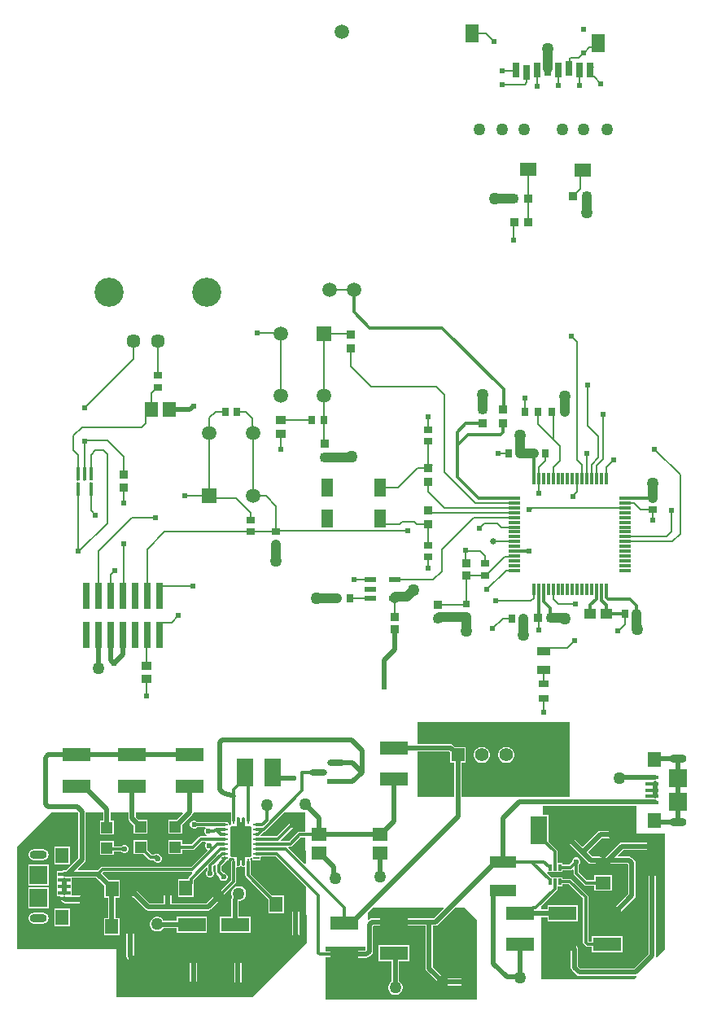
<source format=gtl>
G04*
G04 #@! TF.GenerationSoftware,Altium Limited,Altium Designer,23.4.1 (23)*
G04*
G04 Layer_Physical_Order=1*
G04 Layer_Color=255*
%FSLAX25Y25*%
%MOIN*%
G70*
G04*
G04 #@! TF.SameCoordinates,3C4277FE-F450-4ED3-BB46-299587BC0101*
G04*
G04*
G04 #@! TF.FilePolarity,Positive*
G04*
G01*
G75*
%ADD11C,0.00787*%
%ADD17R,0.02913X0.10984*%
%ADD18R,0.04724X0.01181*%
%ADD19R,0.01181X0.04724*%
%ADD20R,0.03150X0.05906*%
%ADD21R,0.07087X0.05512*%
%ADD22R,0.05512X0.07480*%
%ADD23R,0.05315X0.01575*%
%ADD24R,0.05512X0.06299*%
%ADD25R,0.07480X0.07480*%
%ADD26R,0.06150X0.05542*%
%ADD27R,0.11614X0.05709*%
G04:AMPARAMS|DCode=28|XSize=9.45mil|YSize=23.62mil|CornerRadius=1.98mil|HoleSize=0mil|Usage=FLASHONLY|Rotation=0.000|XOffset=0mil|YOffset=0mil|HoleType=Round|Shape=RoundedRectangle|*
%AMROUNDEDRECTD28*
21,1,0.00945,0.01965,0,0,0.0*
21,1,0.00548,0.02362,0,0,0.0*
1,1,0.00397,0.00274,-0.00983*
1,1,0.00397,-0.00274,-0.00983*
1,1,0.00397,-0.00274,0.00983*
1,1,0.00397,0.00274,0.00983*
%
%ADD28ROUNDEDRECTD28*%
G04:AMPARAMS|DCode=29|XSize=23.62mil|YSize=9.45mil|CornerRadius=1.98mil|HoleSize=0mil|Usage=FLASHONLY|Rotation=0.000|XOffset=0mil|YOffset=0mil|HoleType=Round|Shape=RoundedRectangle|*
%AMROUNDEDRECTD29*
21,1,0.02362,0.00548,0,0,0.0*
21,1,0.01965,0.00945,0,0,0.0*
1,1,0.00397,0.00983,-0.00274*
1,1,0.00397,-0.00983,-0.00274*
1,1,0.00397,-0.00983,0.00274*
1,1,0.00397,0.00983,0.00274*
%
%ADD29ROUNDEDRECTD29*%
%ADD30R,0.05542X0.06150*%
%ADD31R,0.03681X0.03788*%
%ADD32R,0.03772X0.03591*%
%ADD33R,0.03543X0.02953*%
%ADD34R,0.03150X0.03740*%
%ADD35R,0.02953X0.03543*%
%ADD36R,0.03347X0.03543*%
%ADD37R,0.03591X0.03772*%
%ADD38R,0.04724X0.02362*%
%ADD39R,0.03788X0.03681*%
%ADD40R,0.03543X0.03347*%
G04:AMPARAMS|DCode=41|XSize=57.64mil|YSize=14.8mil|CornerRadius=7.4mil|HoleSize=0mil|Usage=FLASHONLY|Rotation=270.000|XOffset=0mil|YOffset=0mil|HoleType=Round|Shape=RoundedRectangle|*
%AMROUNDEDRECTD41*
21,1,0.05764,0.00000,0,0,270.0*
21,1,0.04284,0.01480,0,0,270.0*
1,1,0.01480,0.00000,-0.02142*
1,1,0.01480,0.00000,0.02142*
1,1,0.01480,0.00000,0.02142*
1,1,0.01480,0.00000,-0.02142*
%
%ADD41ROUNDEDRECTD41*%
%ADD42R,0.03740X0.03150*%
%ADD43R,0.02756X0.02559*%
%ADD44R,0.06903X0.11434*%
%ADD45R,0.01221X0.02598*%
%ADD46R,0.04724X0.04724*%
%ADD47R,0.10630X0.04528*%
G04:AMPARAMS|DCode=48|XSize=71.82mil|YSize=24.33mil|CornerRadius=12.17mil|HoleSize=0mil|Usage=FLASHONLY|Rotation=180.000|XOffset=0mil|YOffset=0mil|HoleType=Round|Shape=RoundedRectangle|*
%AMROUNDEDRECTD48*
21,1,0.07182,0.00000,0,0,180.0*
21,1,0.04749,0.02433,0,0,180.0*
1,1,0.02433,-0.02375,0.00000*
1,1,0.02433,0.02375,0.00000*
1,1,0.02433,0.02375,0.00000*
1,1,0.02433,-0.02375,0.00000*
%
%ADD48ROUNDEDRECTD48*%
%ADD49R,0.07182X0.02433*%
%ADD50R,0.03937X0.02953*%
%ADD51R,0.04921X0.04331*%
%ADD52R,0.04134X0.03543*%
%ADD53R,0.05512X0.03543*%
%ADD54R,0.01181X0.04724*%
%ADD55R,0.01480X0.05764*%
%ADD56R,0.05118X0.07480*%
%ADD87C,0.01968*%
%ADD88C,0.07760*%
%ADD89C,0.01968*%
%ADD90C,0.01181*%
%ADD91C,0.03937*%
%ADD92C,0.05512*%
%ADD93O,0.07087X0.03543*%
%ADD94R,0.05512X0.05512*%
%ADD95C,0.05906*%
%ADD96R,0.05906X0.05906*%
%ADD97C,0.05984*%
%ADD98C,0.05693*%
%ADD99C,0.11870*%
%ADD100C,0.02400*%
%ADD101C,0.05000*%
%ADD102C,0.02362*%
%ADD103C,0.02500*%
G36*
X339899Y168499D02*
X340054Y168344D01*
X340138Y168141D01*
X340138Y168032D01*
X340138D01*
X340138Y166516D01*
X340965D01*
Y168032D01*
X340965Y168141D01*
X341048Y168344D01*
X341203Y168499D01*
X341406Y168583D01*
X341516D01*
Y168583D01*
X341752Y168583D01*
X341862D01*
X342064Y168499D01*
X342219Y168344D01*
X342303Y168141D01*
Y168032D01*
X342303D01*
Y164941D01*
X344311Y164941D01*
X344421D01*
X344623Y164857D01*
X344778Y164702D01*
X344862Y164499D01*
Y164390D01*
X344862D01*
X344862Y152933D01*
Y152823D01*
X344778Y152621D01*
X344623Y152466D01*
X344421Y152382D01*
X344311Y152382D01*
X344311D01*
X344311D01*
D01*
X342303Y152382D01*
X342303Y149291D01*
X342303Y149182D01*
X342219Y148979D01*
X342064Y148824D01*
X341862Y148740D01*
X341752Y148740D01*
X341516Y148740D01*
X341406Y148740D01*
X341203Y148824D01*
X341049Y148979D01*
X340965Y149182D01*
Y149291D01*
Y150807D01*
X340138D01*
X340138Y149291D01*
Y149182D01*
X340054Y148979D01*
X339899Y148824D01*
X339696Y148740D01*
X339241D01*
X339038Y148824D01*
X338883Y148979D01*
X338799Y149182D01*
Y149291D01*
X338799Y149291D01*
Y152382D01*
X336682D01*
X336479Y152466D01*
X336324Y152621D01*
X336240Y152823D01*
Y152933D01*
Y152933D01*
Y164390D01*
Y164499D01*
X336324Y164702D01*
X336479Y164857D01*
X336682Y164941D01*
X336791D01*
Y164941D01*
X338799D01*
X338799Y168032D01*
Y168141D01*
X338883Y168344D01*
X339038Y168499D01*
X339241Y168583D01*
X339350D01*
Y168583D01*
X339587Y168583D01*
X339696Y168583D01*
X339899Y168499D01*
D02*
G37*
G36*
X367008Y162885D02*
X366656Y162530D01*
X364568D01*
X364568Y162530D01*
X364142Y162445D01*
X363781Y162204D01*
X360366Y158789D01*
X357132D01*
X356925Y159289D01*
X362264Y164628D01*
X362992D01*
X363571Y164744D01*
X364062Y165072D01*
X364390Y165563D01*
X364506Y166142D01*
X364390Y166721D01*
X364062Y167212D01*
X363571Y167540D01*
X362992Y167655D01*
X362205D01*
X361626Y167540D01*
X361135Y167212D01*
X360807Y166721D01*
X360706Y166216D01*
X355248Y160758D01*
X349082D01*
X348989Y160830D01*
X348737Y161224D01*
X348735Y161258D01*
X350103Y162625D01*
X350347Y162673D01*
X350707Y162915D01*
X358265Y170472D01*
X366929D01*
X367008Y162885D01*
D02*
G37*
G36*
X336487Y167126D02*
X336571Y166700D01*
X336612Y166639D01*
Y166143D01*
X336647Y165968D01*
X336652Y165893D01*
X336603Y165767D01*
X336379Y165401D01*
X336272Y165357D01*
X335826Y165518D01*
X335750Y165596D01*
Y165825D01*
X335696Y166098D01*
X335541Y166329D01*
X335310Y166483D01*
X335038Y166537D01*
X334542D01*
X334481Y166578D01*
X334055Y166663D01*
X322722D01*
X322409Y166976D01*
X321791Y167232D01*
X321122D01*
X320504Y166976D01*
X320032Y166504D01*
X319776Y165886D01*
Y165217D01*
X320032Y164599D01*
X320504Y164126D01*
X321122Y163870D01*
X321791D01*
X322409Y164126D01*
X322722Y164439D01*
X325922D01*
X326129Y163939D01*
X325937Y163748D01*
X325681Y163130D01*
Y162461D01*
X325937Y161843D01*
X326410Y161370D01*
X326682Y161258D01*
X326582Y160758D01*
X324213D01*
X323787Y160673D01*
X323426Y160432D01*
X323426Y160432D01*
X320504Y157509D01*
X316528D01*
Y159260D01*
X310803D01*
Y153535D01*
X316528D01*
Y155286D01*
X320964D01*
X320965Y155286D01*
X321390Y155370D01*
X321751Y155611D01*
X324673Y158534D01*
X326075D01*
X326282Y158034D01*
X326134Y157885D01*
X325878Y157267D01*
Y156599D01*
X326134Y155981D01*
X326607Y155508D01*
X326755Y155447D01*
X326852Y154956D01*
X320252Y148356D01*
X283874D01*
X283874Y148356D01*
X283449Y148271D01*
X283088Y148030D01*
X281917Y146860D01*
X274067D01*
X273875Y147322D01*
X276661Y150107D01*
X276661Y150107D01*
X276989Y150598D01*
X277104Y151177D01*
Y170472D01*
X284199D01*
Y167134D01*
X282850D01*
Y161409D01*
X288575D01*
Y167134D01*
X287226D01*
Y170472D01*
X294550D01*
Y168095D01*
X294550Y168095D01*
X294665Y167515D01*
X294993Y167024D01*
X296630Y165387D01*
Y161803D01*
X302354D01*
Y167527D01*
X298770D01*
X297576Y168721D01*
Y170472D01*
X316679D01*
X316870Y170010D01*
X314387Y167527D01*
X310803D01*
Y161803D01*
X316528D01*
Y165387D01*
X320755Y169615D01*
X320755Y169615D01*
X321083Y170106D01*
X321156Y170472D01*
X336487D01*
Y167126D01*
D02*
G37*
G36*
X367145Y149649D02*
X366684Y149455D01*
X360074Y156065D01*
X360281Y156565D01*
X360827D01*
X360827Y156565D01*
X361252Y156650D01*
X361613Y156891D01*
X365028Y160306D01*
X367035D01*
X367145Y149649D01*
D02*
G37*
G36*
X274077Y170267D02*
Y151804D01*
X269133Y146860D01*
X268283D01*
X267704Y146745D01*
X267538Y146634D01*
X265126D01*
Y144059D01*
Y141500D01*
Y138941D01*
Y136382D01*
X266747D01*
X267014Y135882D01*
X266885Y135689D01*
X266770Y135110D01*
X266885Y134531D01*
X267213Y134040D01*
X267410Y133843D01*
X267410Y133843D01*
X267901Y133515D01*
X268480Y133400D01*
X268480Y133400D01*
X275964D01*
X276192Y133247D01*
X276772Y133132D01*
X277351Y133247D01*
X277842Y133576D01*
X278170Y134067D01*
X278285Y134646D01*
X278170Y135225D01*
X277842Y135716D01*
X277574Y135983D01*
X277083Y136311D01*
X276504Y136427D01*
X276504Y136427D01*
X271441D01*
Y138941D01*
Y143833D01*
X281350D01*
X284523Y140659D01*
Y135649D01*
X286273D01*
Y127343D01*
X284508D01*
Y120193D01*
X291050D01*
Y127343D01*
X289300D01*
Y135649D01*
X291066D01*
Y142799D01*
X286664D01*
X283833Y145630D01*
X284335Y146132D01*
X320679D01*
X320746Y146056D01*
X320917Y145663D01*
X319435Y144181D01*
X319194Y143820D01*
X319110Y143395D01*
X318757Y143091D01*
X314840D01*
Y135941D01*
X321382D01*
Y142983D01*
X326454Y148055D01*
X326916Y147864D01*
Y147010D01*
X326528Y146622D01*
X326272Y146004D01*
Y145335D01*
X326528Y144717D01*
X327000Y144244D01*
X327618Y143988D01*
X328287D01*
X328905Y144244D01*
X329378Y144717D01*
X329634Y145335D01*
Y146004D01*
X329378Y146622D01*
X329140Y146860D01*
Y148363D01*
X329924Y149147D01*
X330385Y148901D01*
X330384Y148898D01*
X330384Y148898D01*
Y146170D01*
X330384Y146169D01*
X330469Y145744D01*
X330710Y145383D01*
X331784Y144310D01*
Y143760D01*
X332039Y143142D01*
X332512Y142669D01*
X333130Y142413D01*
X333799D01*
X334417Y142669D01*
X334890Y143142D01*
X335146Y143760D01*
Y144429D01*
X334890Y145047D01*
X334417Y145520D01*
X333799Y145776D01*
X333463D01*
X332608Y146630D01*
Y148437D01*
X334841Y150670D01*
X334918Y150786D01*
X335038D01*
X335310Y150840D01*
X335541Y150994D01*
X335696Y151225D01*
X335750Y151498D01*
Y151727D01*
X335826Y151805D01*
X336272Y151966D01*
X336475Y151882D01*
X336582D01*
X336682Y151841D01*
X337694D01*
X337707Y151797D01*
X337689Y151713D01*
X337351Y151260D01*
X337173Y151224D01*
X336812Y150983D01*
X336571Y150622D01*
X336487Y150197D01*
Y142783D01*
X331422Y137719D01*
X330917Y137619D01*
X330426Y137291D01*
X326511Y133375D01*
X312143D01*
Y139499D01*
X312143Y139499D01*
X312028Y140078D01*
X311700Y140569D01*
X311684Y140586D01*
X311193Y140914D01*
X310613Y141029D01*
X310034Y140914D01*
X309543Y140586D01*
X309215Y140095D01*
X309100Y139516D01*
X309117Y139433D01*
Y133375D01*
X303281D01*
X298453Y138204D01*
X297962Y138532D01*
X297786Y138567D01*
X296725Y139628D01*
X296690Y139804D01*
X296362Y140295D01*
X295871Y140622D01*
X295292Y140738D01*
X294713Y140622D01*
X294222Y140295D01*
X293894Y139804D01*
X293779Y139224D01*
Y138921D01*
X293779Y138920D01*
X293894Y138341D01*
X294222Y137850D01*
X296009Y136064D01*
X296009Y136064D01*
X296500Y135735D01*
X296676Y135701D01*
X301585Y130792D01*
X301585Y130792D01*
X302076Y130464D01*
X302655Y130349D01*
X302655Y130349D01*
X327137D01*
X327137Y130349D01*
X327716Y130464D01*
X328207Y130792D01*
X332566Y135150D01*
X332894Y135641D01*
X332995Y136147D01*
X338385Y141536D01*
X338385Y141537D01*
X338626Y141897D01*
X338710Y142323D01*
Y147833D01*
X338811Y147959D01*
X339021Y148138D01*
X339210Y148212D01*
X339241Y148199D01*
X339696D01*
X339796Y148240D01*
X339903D01*
X340106Y148324D01*
X340182Y148400D01*
X340202Y148409D01*
X340283Y148441D01*
X340819Y148441D01*
X340900Y148409D01*
X340920Y148400D01*
X340996Y148324D01*
X341199Y148240D01*
X341307Y148240D01*
X341406Y148199D01*
X341516Y148199D01*
X341516Y148199D01*
X341516Y148199D01*
X341752Y148199D01*
X341862Y148199D01*
X341892Y148212D01*
X342180Y148100D01*
X342392Y147833D01*
Y144843D01*
X342392Y144843D01*
X342477Y144417D01*
X342718Y144056D01*
X351846Y134928D01*
Y129350D01*
X358389D01*
Y136500D01*
X353419D01*
X344616Y145303D01*
Y150197D01*
X344531Y150622D01*
X344490Y150684D01*
Y151180D01*
X344455Y151355D01*
X344450Y151430D01*
X344499Y151556D01*
X344724Y151922D01*
X344830Y151966D01*
X345276Y151805D01*
X345352Y151727D01*
Y151498D01*
X345407Y151225D01*
X345561Y150994D01*
X345792Y150840D01*
X346064Y150786D01*
X348030D01*
X348302Y150840D01*
X348533Y150994D01*
X348688Y151225D01*
X348742Y151498D01*
Y152046D01*
X349115Y152510D01*
X354972D01*
X367242Y140240D01*
X367481Y117188D01*
X345313Y94788D01*
X289764D01*
Y114473D01*
X248819D01*
Y156299D01*
X262992Y170472D01*
X273872D01*
X274077Y170267D01*
D02*
G37*
G36*
X475197Y176772D02*
X431041D01*
Y190839D01*
X432783D01*
Y197350D01*
X428412D01*
X427743Y198019D01*
X427252Y198347D01*
X427156Y198366D01*
X426673Y198462D01*
X426673Y198462D01*
X412992D01*
Y207480D01*
X475197D01*
Y176772D01*
D02*
G37*
G36*
X426272Y195210D02*
Y190839D01*
X428014D01*
Y176772D01*
X412992D01*
Y195436D01*
X426046D01*
X426272Y195210D01*
D02*
G37*
G36*
X423677Y131231D02*
X419649Y127202D01*
X394362D01*
X393783Y127087D01*
X393292Y126759D01*
X393292Y126759D01*
X392982Y126449D01*
X392520Y126640D01*
Y129651D01*
X394562Y131693D01*
X423486D01*
X423677Y131231D01*
D02*
G37*
G36*
X437402Y126575D02*
Y93898D01*
X375197D01*
Y111388D01*
X382063D01*
X382492Y111102D01*
X383071Y110987D01*
X392056D01*
X392056Y110987D01*
X392539Y111083D01*
X392635Y111102D01*
X393126Y111430D01*
X394279Y112583D01*
X394279Y112583D01*
X394607Y113074D01*
X394722Y113653D01*
Y123909D01*
X394989Y124176D01*
X416203D01*
Y106693D01*
X416203Y106693D01*
X416299Y106210D01*
X416318Y106114D01*
X416646Y105623D01*
X422158Y100111D01*
X422158Y100111D01*
X422486Y99892D01*
X422649Y99783D01*
X423228Y99668D01*
X423228Y99668D01*
X433071D01*
X433650Y99783D01*
X434141Y100111D01*
X434469Y100602D01*
X434584Y101181D01*
X434469Y101760D01*
X434141Y102251D01*
X433650Y102579D01*
X433071Y102694D01*
X423855D01*
X419230Y107320D01*
Y124176D01*
X420276D01*
X420276Y124176D01*
X420759Y124272D01*
X420855Y124291D01*
X421346Y124619D01*
X428420Y131693D01*
X432283D01*
X437402Y126575D01*
D02*
G37*
G36*
X391695Y114280D02*
X391429Y114013D01*
X383071D01*
X382492Y113898D01*
X382063Y113612D01*
X375197D01*
Y115551D01*
X391695Y115551D01*
Y114280D01*
D02*
G37*
G36*
X502756Y161811D02*
X514173D01*
Y114567D01*
X510994Y111388D01*
X510533Y111634D01*
X510569Y111811D01*
Y146457D01*
X510453Y147036D01*
X510125Y147527D01*
X509634Y147855D01*
X509055Y147970D01*
X508476Y147855D01*
X507985Y147527D01*
X507657Y147036D01*
X507542Y146457D01*
Y112438D01*
X501735Y106631D01*
X479761D01*
X478777Y107615D01*
Y114567D01*
X478662Y115146D01*
X478334Y115637D01*
X478334Y115637D01*
X476464Y117507D01*
X475973Y117835D01*
X475394Y117950D01*
X475394Y117950D01*
X472441D01*
X471862Y117835D01*
X471371Y117507D01*
X471043Y117016D01*
X470927Y116437D01*
X471043Y115858D01*
X471371Y115367D01*
X471862Y115039D01*
X472441Y114924D01*
X474767D01*
X475750Y113940D01*
Y106988D01*
X475750Y106988D01*
X475866Y106409D01*
X476194Y105918D01*
X478064Y104048D01*
X478064Y104048D01*
X478555Y103720D01*
X479134Y103605D01*
X479134Y103605D01*
X502362D01*
X502362Y103605D01*
X502539Y103640D01*
X502785Y103179D01*
X501968Y102362D01*
X463779D01*
Y127719D01*
X466134D01*
Y125878D01*
X478748D01*
Y132587D01*
X466134D01*
Y130746D01*
X463779D01*
Y132286D01*
X469948Y138454D01*
X470189Y138815D01*
X470273Y139240D01*
X470273Y139240D01*
Y140398D01*
X472240D01*
Y141085D01*
X474980D01*
X480778Y135287D01*
Y117227D01*
X480778Y117227D01*
X480863Y116802D01*
X481104Y116441D01*
X481795Y115749D01*
X481795Y115749D01*
X482156Y115508D01*
X482582Y115424D01*
X482582Y115424D01*
X484244D01*
Y113083D01*
X496858D01*
Y119791D01*
X484244D01*
Y117647D01*
X483042D01*
X483002Y117688D01*
Y135748D01*
X483002Y135748D01*
X482917Y136174D01*
X482676Y136534D01*
X476227Y142983D01*
X475867Y143224D01*
X475441Y143309D01*
X475441Y143309D01*
X472240D01*
Y143996D01*
X467655D01*
X465884Y145767D01*
X466173Y146185D01*
X472240D01*
Y146872D01*
X475543D01*
X475543Y146872D01*
X475969Y146957D01*
X476330Y147198D01*
X476379Y147247D01*
X476841Y147056D01*
Y145669D01*
X476841Y145669D01*
X476926Y145244D01*
X477167Y144883D01*
X481104Y140946D01*
X481104Y140946D01*
X481464Y140705D01*
X481890Y140620D01*
X485401D01*
Y138461D01*
X492551D01*
Y145003D01*
X485401D01*
Y142844D01*
X482350D01*
X479065Y146130D01*
Y149128D01*
X479378Y149441D01*
X479634Y150059D01*
Y150728D01*
X479378Y151346D01*
X478905Y151819D01*
X478287Y152075D01*
X477618D01*
X477001Y151819D01*
X476528Y151346D01*
X476272Y150728D01*
Y150285D01*
X475083Y149096D01*
X472240D01*
Y149783D01*
X470273D01*
Y154449D01*
X470273Y154449D01*
X470189Y154875D01*
X469948Y155236D01*
X469948Y155236D01*
X466627Y158556D01*
Y169418D01*
X464489D01*
X464137Y169773D01*
X464173Y173228D01*
X502756D01*
Y161811D01*
D02*
G37*
%LPC*%
G36*
X341752Y148740D02*
X341752D01*
D01*
X341752D01*
D02*
G37*
G36*
X288575Y158866D02*
X282850D01*
Y153142D01*
X288575D01*
Y154475D01*
X291573D01*
X291961Y154087D01*
X292579Y153831D01*
X293248D01*
X293866Y154087D01*
X294338Y154560D01*
X294595Y155177D01*
Y155846D01*
X294338Y156464D01*
X293866Y156937D01*
X293248Y157193D01*
X292579D01*
X291961Y156937D01*
X291723Y156699D01*
X288575D01*
Y158866D01*
D02*
G37*
G36*
X302354Y159260D02*
X296630D01*
Y153535D01*
X300782D01*
X302949Y151369D01*
X302949Y151369D01*
X303309Y151128D01*
X303735Y151043D01*
X303735Y151043D01*
X305085D01*
X305100Y151028D01*
X305268Y150622D01*
X305741Y150150D01*
X306359Y149894D01*
X307027D01*
X307645Y150150D01*
X308118Y150622D01*
X308374Y151240D01*
Y151909D01*
X308118Y152527D01*
X307645Y153000D01*
X307240Y153168D01*
X307183Y153225D01*
X306692Y153553D01*
X306113Y153668D01*
X305534Y153553D01*
X305105Y153267D01*
X304195D01*
X302354Y155108D01*
Y159260D01*
D02*
G37*
G36*
X259524Y155537D02*
X255980D01*
X255094Y155360D01*
X254343Y154858D01*
X253840Y154107D01*
X253664Y153220D01*
X253840Y152334D01*
X254343Y151583D01*
X255094Y151081D01*
X255980Y150904D01*
X259524D01*
X260410Y151081D01*
X261161Y151583D01*
X261664Y152334D01*
X261840Y153220D01*
X261664Y154107D01*
X261161Y154858D01*
X260410Y155360D01*
X259524Y155537D01*
D02*
G37*
G36*
X270654Y156476D02*
X264142D01*
Y149177D01*
X270654D01*
Y156476D01*
D02*
G37*
G36*
X261992Y149193D02*
X253512D01*
Y140713D01*
X261992D01*
Y149193D01*
D02*
G37*
G36*
Y139744D02*
X253512D01*
Y131264D01*
X261992D01*
Y139744D01*
D02*
G37*
G36*
X326780Y127862D02*
X314165D01*
Y126169D01*
X308975D01*
X308700Y126645D01*
X308141Y127204D01*
X307457Y127599D01*
X306694Y127803D01*
X305904D01*
X305141Y127599D01*
X304457Y127204D01*
X303899Y126645D01*
X303504Y125961D01*
X303299Y125198D01*
Y124408D01*
X303504Y123645D01*
X303899Y122961D01*
X304457Y122403D01*
X305141Y122008D01*
X305904Y121803D01*
X306694D01*
X307457Y122008D01*
X308141Y122403D01*
X308700Y122961D01*
X308804Y123142D01*
X314165D01*
Y121154D01*
X326780D01*
Y127862D01*
D02*
G37*
G36*
X259524Y129552D02*
X255980D01*
X255094Y129376D01*
X254343Y128874D01*
X253840Y128123D01*
X253664Y127236D01*
X253840Y126350D01*
X254343Y125598D01*
X255094Y125096D01*
X255980Y124920D01*
X259524D01*
X260410Y125096D01*
X261161Y125598D01*
X261664Y126350D01*
X261840Y127236D01*
X261664Y128123D01*
X261161Y128874D01*
X260410Y129376D01*
X259524Y129552D01*
D02*
G37*
G36*
X270654Y131280D02*
X264142D01*
Y123980D01*
X270654D01*
Y131280D01*
D02*
G37*
G36*
X340159Y140402D02*
X339369D01*
X338606Y140197D01*
X337922Y139802D01*
X337363Y139244D01*
X336968Y138559D01*
X336764Y137796D01*
Y137007D01*
X336968Y136244D01*
X337090Y136033D01*
X336791Y135585D01*
X336676Y135006D01*
X336676Y135006D01*
Y127862D01*
X331882D01*
Y121154D01*
X344496D01*
Y127862D01*
X339702D01*
Y134380D01*
X339724Y134402D01*
X340159D01*
X340922Y134606D01*
X341606Y135001D01*
X342164Y135559D01*
X342559Y136244D01*
X342764Y137007D01*
Y137796D01*
X342559Y138559D01*
X342164Y139244D01*
X341606Y139802D01*
X340922Y140197D01*
X340159Y140402D01*
D02*
G37*
G36*
X362615Y134439D02*
X362036Y134323D01*
X361545Y133995D01*
X361217Y133504D01*
X361102Y132925D01*
X361217Y132346D01*
X361487Y131941D01*
Y118496D01*
X361487Y118496D01*
X361602Y117917D01*
X361930Y117426D01*
X362316Y117040D01*
X362807Y116712D01*
X363386Y116597D01*
X363965Y116712D01*
X364456Y117040D01*
X364784Y117531D01*
X364899Y118110D01*
X364784Y118689D01*
X364514Y119094D01*
Y132540D01*
X364514Y132540D01*
X364399Y133119D01*
X364070Y133610D01*
X364070Y133610D01*
X363685Y133995D01*
X363194Y134323D01*
X362615Y134439D01*
D02*
G37*
G36*
X295276Y125281D02*
X294697Y125166D01*
X294206Y124838D01*
X293878Y124347D01*
X293763Y123768D01*
Y111450D01*
X293763Y111450D01*
X293878Y110870D01*
X294206Y110379D01*
X294943Y109642D01*
Y109449D01*
X295059Y108870D01*
X295387Y108379D01*
X295878Y108051D01*
X296457Y107936D01*
X297036Y108051D01*
X297527Y108379D01*
X297855Y108870D01*
X297970Y109449D01*
Y110269D01*
X297970Y110269D01*
X297855Y110848D01*
X297527Y111339D01*
X297527Y111339D01*
X296790Y112076D01*
Y123768D01*
X296674Y124347D01*
X296346Y124838D01*
X295855Y125166D01*
X295276Y125281D01*
D02*
G37*
G36*
X320472Y113226D02*
X319893Y113111D01*
X319402Y112783D01*
X319402Y112783D01*
X319058Y112438D01*
X318730Y111947D01*
X318615Y111368D01*
X318730Y110789D01*
X319058Y110298D01*
X319549Y109970D01*
X319746Y109931D01*
Y99213D01*
X319862Y98633D01*
X320190Y98142D01*
X320681Y97815D01*
X321260Y97699D01*
X321839Y97815D01*
X322330Y98142D01*
X322658Y98633D01*
X322773Y99213D01*
Y110925D01*
X322658Y111504D01*
X322330Y111995D01*
X322330Y111995D01*
X321543Y112783D01*
X321052Y113111D01*
X320472Y113226D01*
D02*
G37*
G36*
X338189Y113226D02*
X337610Y113111D01*
X337119Y112783D01*
X336791Y112292D01*
X336676Y111713D01*
X336791Y111133D01*
X337119Y110642D01*
X337857Y109905D01*
Y98819D01*
X337972Y98240D01*
X338300Y97749D01*
X338791Y97421D01*
X339370Y97306D01*
X339949Y97421D01*
X340440Y97749D01*
X340768Y98240D01*
X340883Y98819D01*
Y110531D01*
X340883Y110531D01*
X340768Y111110D01*
X340440Y111601D01*
X339259Y112783D01*
X338768Y113111D01*
X338189Y113226D01*
D02*
G37*
G36*
X449641Y197350D02*
X448784D01*
X447956Y197128D01*
X447214Y196700D01*
X446607Y196094D01*
X446179Y195351D01*
X445957Y194523D01*
Y193666D01*
X446179Y192838D01*
X446607Y192095D01*
X447214Y191489D01*
X447956Y191060D01*
X448784Y190839D01*
X449641D01*
X450469Y191060D01*
X451212Y191489D01*
X451818Y192095D01*
X452247Y192838D01*
X452469Y193666D01*
Y194523D01*
X452247Y195351D01*
X451818Y196094D01*
X451212Y196700D01*
X450469Y197128D01*
X449641Y197350D01*
D02*
G37*
G36*
X439799D02*
X438941D01*
X438113Y197128D01*
X437371Y196700D01*
X436765Y196094D01*
X436336Y195351D01*
X436114Y194523D01*
Y193666D01*
X436336Y192838D01*
X436765Y192095D01*
X437371Y191489D01*
X438113Y191060D01*
X438941Y190839D01*
X439799D01*
X440627Y191060D01*
X441369Y191489D01*
X441975Y192095D01*
X442404Y192838D01*
X442626Y193666D01*
Y194523D01*
X442404Y195351D01*
X441975Y196094D01*
X441369Y196700D01*
X440627Y197128D01*
X439799Y197350D01*
D02*
G37*
G36*
X409457Y116248D02*
X396843D01*
Y109539D01*
X402424D01*
Y101409D01*
X402095Y101219D01*
X401536Y100661D01*
X401141Y99977D01*
X400937Y99214D01*
Y98424D01*
X401141Y97661D01*
X401536Y96977D01*
X402095Y96418D01*
X402779Y96023D01*
X403542Y95819D01*
X404332D01*
X405095Y96023D01*
X405779Y96418D01*
X406338Y96977D01*
X406733Y97661D01*
X406937Y98424D01*
Y99214D01*
X406733Y99977D01*
X406338Y100661D01*
X405779Y101219D01*
X405450Y101409D01*
Y109539D01*
X409457D01*
Y116248D01*
D02*
G37*
G36*
X473899Y164714D02*
X473320Y164599D01*
X472829Y164271D01*
X472501Y163780D01*
X472386Y163201D01*
Y160935D01*
X472386Y160935D01*
X472501Y160356D01*
X472829Y159865D01*
X479536Y153158D01*
X479536Y153158D01*
X482764Y149930D01*
X482764Y149930D01*
X483255Y149602D01*
X483834Y149487D01*
X483834Y149487D01*
X486811D01*
X487561Y148736D01*
X487578Y148651D01*
X487906Y148160D01*
X488397Y147832D01*
X488976Y147717D01*
X489280D01*
X489280Y147716D01*
X489859Y147832D01*
X490350Y148160D01*
X491627Y149436D01*
X499007D01*
X499274Y149169D01*
Y137143D01*
X492877Y130746D01*
X490551D01*
X489972Y130630D01*
X489481Y130302D01*
X489153Y129811D01*
X489038Y129232D01*
X489153Y128653D01*
X489481Y128162D01*
X489972Y127834D01*
X490551Y127719D01*
X493504D01*
X493504Y127719D01*
X494083Y127834D01*
X494574Y128162D01*
X501858Y135446D01*
X502185Y135937D01*
X502301Y136516D01*
X502301Y136516D01*
Y149796D01*
X502185Y150375D01*
X501858Y150866D01*
X501858Y150866D01*
X500704Y152019D01*
X500213Y152347D01*
X499634Y152463D01*
X499634Y152463D01*
X495306D01*
X495115Y152925D01*
X497370Y155180D01*
X509055D01*
X509634Y155295D01*
X510125Y155623D01*
X510453Y156114D01*
X510569Y156693D01*
X510453Y157272D01*
X510125Y157763D01*
X509634Y158091D01*
X509055Y158206D01*
X496743D01*
X496164Y158091D01*
X495673Y157763D01*
X495673Y157763D01*
X490293Y152382D01*
X490117Y152347D01*
X489626Y152019D01*
X489092Y151486D01*
X488508Y152070D01*
X488017Y152399D01*
X487437Y152514D01*
X487437Y152514D01*
X484461D01*
X482746Y154228D01*
X488481Y159963D01*
X492972D01*
X492973Y159963D01*
X493552Y160078D01*
X494042Y160406D01*
X494377Y160741D01*
X494705Y161232D01*
X494820Y161811D01*
X494705Y162390D01*
X494377Y162881D01*
X493886Y163209D01*
X493307Y163324D01*
X492728Y163209D01*
X492400Y162990D01*
X487854D01*
X487275Y162874D01*
X486784Y162547D01*
X486784Y162546D01*
X480606Y156369D01*
X475413Y161562D01*
Y163201D01*
X475297Y163780D01*
X474969Y164271D01*
X474478Y164599D01*
X473899Y164714D01*
D02*
G37*
%LPD*%
D11*
X435138Y489567D02*
X435169Y489536D01*
X441074D01*
X444390Y486220D01*
X476552Y422835D02*
X479528Y425810D01*
Y432709D02*
X480524Y433705D01*
X479528Y425810D02*
Y432709D01*
X468504Y307087D02*
X468504Y307087D01*
Y311811D01*
X303921Y335579D02*
Y342208D01*
X306398Y344685D01*
X301543Y333201D02*
X303921Y335579D01*
X301543Y329889D02*
Y333201D01*
X300000Y328346D02*
X301543Y329889D01*
X275591Y328346D02*
X300000D01*
X272047Y324803D02*
X275591Y328346D01*
X483760Y473032D02*
Y474803D01*
X385055Y366732D02*
X386220Y365567D01*
X309449Y285433D02*
X355118D01*
X355118D01*
X446063Y317717D02*
X450394D01*
X464567Y211417D02*
Y217323D01*
X417323Y327165D02*
Y332677D01*
X450394Y317717D02*
X450394D01*
X432677Y272835D02*
X432874Y272638D01*
X432677Y277953D02*
X432983Y277647D01*
X438495D02*
X440551Y275591D01*
Y272441D02*
Y275591D01*
X432983Y277647D02*
X438495D01*
X327756Y300197D02*
Y325787D01*
X327559Y300394D02*
X327756Y300197D01*
Y325787D02*
Y332087D01*
X330315Y334646D01*
X334252D01*
X292520Y308858D02*
Y316142D01*
X285910Y322752D02*
X292520Y316142D01*
X387008Y265748D02*
X393701D01*
X417323Y270472D02*
Y275197D01*
X462598Y301181D02*
Y307087D01*
X443701Y245768D02*
X447835Y249902D01*
X451476D01*
X344488Y290157D02*
Y293307D01*
X328839Y299114D02*
X338681D01*
X327756Y300197D02*
X328839Y299114D01*
X338681D02*
X344488Y293307D01*
X452362Y412205D02*
X452457Y412299D01*
X452362Y404823D02*
Y412205D01*
X356890Y341142D02*
Y366732D01*
X276575Y309213D02*
X276673Y309312D01*
Y322736D01*
X276689Y322752D01*
X285910D01*
X276772Y336220D02*
X296772Y356220D01*
Y363465D01*
X457087Y334646D02*
X457087Y334646D01*
X457087Y334646D02*
Y340157D01*
X462598Y245276D02*
Y250000D01*
X462451Y250148D02*
X462598Y250000D01*
X498032Y247627D02*
Y251969D01*
X495385Y244980D02*
X498032Y247627D01*
X494882Y244980D02*
X495385D01*
X465354Y314567D02*
Y317717D01*
X462598Y307087D02*
Y311811D01*
X465354Y314567D01*
X485163Y483883D02*
X486909Y485630D01*
X483434Y483883D02*
X485163D01*
X480807Y481693D02*
X481243D01*
X483434Y483883D01*
X475219Y479156D02*
X475787Y479724D01*
X475098Y475197D02*
X475219Y475318D01*
X475787Y479724D02*
X478839D01*
X480807Y481693D01*
X475219Y475318D02*
Y479156D01*
X498031Y297244D02*
X501575D01*
X504331Y294488D02*
X509449D01*
X501575Y297244D02*
X504331Y294488D01*
X509449Y290157D02*
Y294488D01*
X317717Y300394D02*
X327559D01*
X347244Y366929D02*
X347343Y366831D01*
X356791D02*
X356890Y366732D01*
X347343Y366831D02*
X356791D01*
X301969Y218110D02*
Y225197D01*
X357087Y319291D02*
Y325590D01*
X432677Y272835D02*
Y277953D01*
X282244Y259331D02*
Y277520D01*
X287402Y267892D02*
X288976Y269467D01*
X287402Y259488D02*
Y267892D01*
X288976Y269467D02*
Y269685D01*
X292520Y259606D02*
Y280709D01*
X292244Y259331D02*
X292520Y259606D01*
X287244Y259331D02*
X287402Y259488D01*
X272047Y318898D02*
Y324803D01*
Y318898D02*
X274016Y316929D01*
Y309213D02*
Y316929D01*
X306772Y349685D02*
Y363465D01*
X306693Y349606D02*
X306772Y349685D01*
X412705Y288476D02*
X417323D01*
X399803D02*
X405512D01*
X411524Y289657D02*
X412705Y288476D01*
X406693Y289657D02*
X411524D01*
X405512Y288476D02*
X406693Y289657D01*
X355512Y285827D02*
X409055D01*
X355118Y285433D02*
X355512Y285827D01*
X510039Y319291D02*
X520472Y308858D01*
Y284646D02*
Y308858D01*
X517323Y281496D02*
X520472Y284646D01*
X417323Y279921D02*
Y288476D01*
X397638Y290642D02*
X399803Y288476D01*
X397638Y290642D02*
Y290945D01*
X468504Y311811D02*
X471260Y314567D01*
Y320571D01*
X468504Y323327D02*
X471260Y320571D01*
X468504Y307087D02*
X468504D01*
X424016Y295276D02*
X452756D01*
X417323Y301968D02*
X424016Y295276D01*
X436614Y297244D02*
X452756D01*
X423917Y309941D02*
X436614Y297244D01*
X423917Y309941D02*
Y341437D01*
X417323Y301968D02*
Y305799D01*
X345472Y300197D02*
Y325787D01*
X374606Y341142D02*
Y366732D01*
X376890Y384409D02*
X386890D01*
X483760Y473032D02*
X484941Y471850D01*
X485138D02*
X487992Y468996D01*
X484941Y471850D02*
X485138D01*
X468504Y323327D02*
Y334055D01*
X462205Y329626D02*
Y334646D01*
Y329626D02*
X468504Y323327D01*
X420472Y344882D02*
X423917Y341437D01*
X478346Y314961D02*
Y363189D01*
Y314961D02*
X480315Y312992D01*
X475984Y365551D02*
X478346Y363189D01*
X285827Y288976D02*
Y317323D01*
X281102Y318898D02*
X284252D01*
X279134Y309213D02*
Y316929D01*
X281102Y318898D01*
X284252D02*
X285827Y317323D01*
X274409Y277559D02*
X285827Y288976D01*
X307244Y262323D02*
X308307Y263386D01*
X307244Y259331D02*
Y262323D01*
X308307Y263386D02*
X320866D01*
X394094Y344882D02*
X420472D01*
X385638Y353339D02*
Y360425D01*
Y353339D02*
X394094Y344882D01*
X374606Y366732D02*
X385055D01*
X374508Y321949D02*
X374803Y321654D01*
X374606Y331299D02*
Y341142D01*
X374508Y321949D02*
Y331201D01*
X374606Y331299D01*
X357185Y331201D02*
X369783D01*
X357087Y331102D02*
X357185Y331201D01*
X488976Y315189D02*
Y333465D01*
X486220Y312433D02*
X488976Y315189D01*
X490157Y311811D02*
X493307Y314961D01*
X482677Y328929D02*
X487008Y324598D01*
X482677Y328929D02*
Y345571D01*
X483760Y474803D02*
X484941Y475984D01*
X479429Y468209D02*
Y474409D01*
X452264Y476292D02*
X453445Y475111D01*
X458169Y421850D02*
Y433858D01*
X447736Y474311D02*
X453346D01*
X447736Y473917D02*
Y474311D01*
Y473917D02*
X448130Y473524D01*
X447638Y468701D02*
X457019D01*
X470768Y468286D02*
Y474409D01*
X453445D02*
Y475111D01*
X453346Y474311D02*
X453445Y474409D01*
X462106Y467815D02*
Y474409D01*
X457019Y468701D02*
X457776Y469457D01*
Y473622D01*
X458169Y412311D02*
X458181Y412299D01*
X458169Y412311D02*
Y421850D01*
X459449Y257087D02*
X460622Y258260D01*
Y261803D01*
X460630Y261811D01*
X468504Y257776D02*
X470472Y255807D01*
X468504Y257776D02*
Y261811D01*
X470472Y255807D02*
X477461D01*
X477362Y240748D02*
Y240846D01*
X474409Y237795D02*
X477362Y240748D01*
X465945Y237795D02*
X474409D01*
X464567Y236417D02*
X465945Y237795D01*
X459885Y295276D02*
X498031D01*
X459098Y294488D02*
X459885Y295276D01*
X458661Y294488D02*
X459098D01*
X302244Y278228D02*
X309449Y285433D01*
X302244Y259331D02*
Y278228D01*
X296063Y291339D02*
X305512D01*
X282244Y277520D02*
X296063Y291339D01*
X478346Y301793D02*
Y307087D01*
X476772Y300000D02*
Y300218D01*
X478346Y301793D01*
X438189Y287008D02*
X440157Y288976D01*
X444095Y281496D02*
X452756D01*
X444094Y281496D02*
X444095Y281496D01*
X490157Y307087D02*
Y311811D01*
X292520Y297244D02*
Y303740D01*
X279134Y294094D02*
X281102Y292126D01*
X279134Y294094D02*
Y302756D01*
X274016Y277559D02*
X274409D01*
X274016D02*
Y302756D01*
X486220Y307087D02*
Y312433D01*
X307244Y243307D02*
Y247343D01*
X308307Y248406D01*
X312185D01*
X314961Y251181D01*
X444882Y257087D02*
X459449D01*
X301969Y243032D02*
X302244Y243307D01*
X301969Y230709D02*
Y243032D01*
X435827Y291339D02*
X452756D01*
X422835Y269291D02*
Y278346D01*
X435827Y291339D01*
X418216Y293307D02*
X452756D01*
X385622Y366134D02*
X385638Y366150D01*
X355118Y285433D02*
Y296063D01*
X350984Y300197D02*
X355118Y296063D01*
X345472Y300197D02*
X350984D01*
X345276Y325984D02*
X345472Y325787D01*
X345276Y325984D02*
Y331890D01*
X342520Y334646D02*
X345276Y331890D01*
X338976Y334646D02*
X342520D01*
X432874Y267520D02*
X433071Y267323D01*
X432874Y267520D02*
X440354D01*
X440846Y267717D02*
X448524Y275394D01*
X452559D01*
X452756Y275591D01*
X441339Y261811D02*
X449213Y269685D01*
X452756D01*
X403543Y265748D02*
X419291D01*
X422835Y269291D01*
X433071Y255906D02*
Y267323D01*
X418725Y312925D02*
X418815D01*
X413098Y311524D02*
X417323D01*
Y322441D01*
X405118Y303543D02*
X413098Y311524D01*
X397638Y303543D02*
X405118D01*
X385236Y258268D02*
X393701D01*
X440157Y288976D02*
X445669D01*
X447244Y287402D02*
X452756D01*
X445669Y288976D02*
X447244Y287402D01*
X417323Y294201D02*
X418216Y293307D01*
X516929Y285465D02*
Y294094D01*
X514929Y283465D02*
X516929Y285465D01*
X498031Y281496D02*
X517323D01*
X464567Y223228D02*
Y228937D01*
X421260Y255618D02*
X432783D01*
X433071Y255906D01*
X403543Y250591D02*
Y258268D01*
X498031Y283465D02*
X514929D01*
X484252Y312992D02*
X487008Y315748D01*
X480315Y312008D02*
Y312992D01*
X480315Y312008D02*
X480315D01*
X480315Y307087D02*
Y312008D01*
X484252Y307087D02*
Y312992D01*
X482283Y307087D02*
Y317622D01*
X487008Y315748D02*
Y324598D01*
D17*
X282244Y243307D02*
D03*
Y259331D02*
D03*
X287244Y243307D02*
D03*
Y259331D02*
D03*
X292244Y243307D02*
D03*
Y259331D02*
D03*
X307244D02*
D03*
Y243307D02*
D03*
X302244Y259331D02*
D03*
Y243307D02*
D03*
X297244Y259331D02*
D03*
Y243307D02*
D03*
X277244Y259331D02*
D03*
Y243307D02*
D03*
D18*
X452756Y297244D02*
D03*
X498031Y299213D02*
D03*
Y297244D02*
D03*
X452756Y277559D02*
D03*
Y299213D02*
D03*
Y295276D02*
D03*
Y293307D02*
D03*
Y291339D02*
D03*
Y289370D02*
D03*
Y287402D02*
D03*
Y285433D02*
D03*
Y283465D02*
D03*
Y281496D02*
D03*
Y279528D02*
D03*
Y275591D02*
D03*
Y273622D02*
D03*
Y271654D02*
D03*
Y269685D02*
D03*
X498031D02*
D03*
Y271654D02*
D03*
Y273622D02*
D03*
Y275591D02*
D03*
Y277559D02*
D03*
Y279528D02*
D03*
Y281496D02*
D03*
Y283465D02*
D03*
Y285433D02*
D03*
Y287402D02*
D03*
Y289370D02*
D03*
Y291339D02*
D03*
Y293307D02*
D03*
Y295276D02*
D03*
D19*
X468504Y307087D02*
D03*
X490157Y261811D02*
D03*
X464567D02*
D03*
X460630Y307087D02*
D03*
X462598D02*
D03*
X488189Y261811D02*
D03*
X462598D02*
D03*
X460630D02*
D03*
X466535D02*
D03*
X468504D02*
D03*
X470472D02*
D03*
X472441D02*
D03*
X474409D02*
D03*
X476378D02*
D03*
X478346D02*
D03*
X480315D02*
D03*
X482283D02*
D03*
X484252D02*
D03*
X486220D02*
D03*
X490157Y307087D02*
D03*
X488189D02*
D03*
X486220D02*
D03*
X484252D02*
D03*
X482283D02*
D03*
X480315D02*
D03*
X478346D02*
D03*
X476378D02*
D03*
X472441D02*
D03*
X470472D02*
D03*
X466535D02*
D03*
X464567D02*
D03*
D20*
X453445Y474409D02*
D03*
X457776Y473622D02*
D03*
X462106Y474409D02*
D03*
X466437Y475197D02*
D03*
X470768Y474409D02*
D03*
X475098Y475197D02*
D03*
X479429Y474409D02*
D03*
X483760D02*
D03*
D21*
X480524Y433705D02*
D03*
X458169Y433858D02*
D03*
D22*
X435138Y489567D02*
D03*
X486909Y485630D02*
D03*
D23*
X268283Y145346D02*
D03*
Y142787D02*
D03*
Y140228D02*
D03*
Y137669D02*
D03*
Y135110D02*
D03*
X509055Y174606D02*
D03*
Y177165D02*
D03*
Y179724D02*
D03*
Y182283D02*
D03*
Y184843D02*
D03*
D24*
X267398Y152827D02*
D03*
Y127630D02*
D03*
X509941Y167126D02*
D03*
Y192323D02*
D03*
D25*
X257752Y144953D02*
D03*
Y135504D02*
D03*
X519587Y175000D02*
D03*
Y184449D02*
D03*
D26*
X488976Y141732D02*
D03*
Y149230D02*
D03*
X372689Y153921D02*
D03*
Y161418D02*
D03*
X397492Y153921D02*
D03*
Y161418D02*
D03*
D27*
X320472Y111713D02*
D03*
Y124508D02*
D03*
X338189Y111713D02*
D03*
Y124508D02*
D03*
X296063Y194193D02*
D03*
Y181398D02*
D03*
X273228Y194193D02*
D03*
Y181398D02*
D03*
X403150Y184153D02*
D03*
Y196949D02*
D03*
X472441Y129232D02*
D03*
Y116437D02*
D03*
X490551Y116437D02*
D03*
Y129232D02*
D03*
X455118Y116437D02*
D03*
Y129232D02*
D03*
X403150Y112894D02*
D03*
Y125689D02*
D03*
X383071Y112500D02*
D03*
Y125295D02*
D03*
X319685Y181398D02*
D03*
Y194193D02*
D03*
D28*
X337598Y167126D02*
D03*
Y150197D02*
D03*
X343504D02*
D03*
Y167126D02*
D03*
D29*
X334055Y165551D02*
D03*
Y163583D02*
D03*
Y161614D02*
D03*
Y159646D02*
D03*
Y157677D02*
D03*
Y155709D02*
D03*
Y153740D02*
D03*
Y151772D02*
D03*
X347047D02*
D03*
Y153740D02*
D03*
Y155709D02*
D03*
Y157677D02*
D03*
Y159646D02*
D03*
Y161614D02*
D03*
Y163583D02*
D03*
Y165551D02*
D03*
D30*
X303921Y335579D02*
D03*
X311418D02*
D03*
X287779Y123768D02*
D03*
X295276D02*
D03*
X362615Y132925D02*
D03*
X355117D02*
D03*
X310613Y139516D02*
D03*
X318111D02*
D03*
X295292Y139224D02*
D03*
X287795D02*
D03*
D31*
X482185Y422835D02*
D03*
X476552D02*
D03*
D32*
X452445Y421850D02*
D03*
X452457Y412299D02*
D03*
X458181D02*
D03*
X458169Y421850D02*
D03*
D33*
X509449Y299213D02*
D03*
X417323Y327165D02*
D03*
X344488Y290157D02*
D03*
X417323Y275197D02*
D03*
X440551Y272441D02*
D03*
X509449Y294488D02*
D03*
X440551Y267717D02*
D03*
X417323Y279921D02*
D03*
X344488Y285433D02*
D03*
X417323Y322441D02*
D03*
D34*
X473228Y334646D02*
D03*
X380118Y258268D02*
D03*
X457087Y334646D02*
D03*
X468110D02*
D03*
X385236Y258268D02*
D03*
X462205Y334646D02*
D03*
D35*
X502756Y251969D02*
D03*
X455118Y317717D02*
D03*
X460630D02*
D03*
X456201Y249902D02*
D03*
X465354Y317717D02*
D03*
X334252Y334646D02*
D03*
X498032Y251969D02*
D03*
X451476Y249902D02*
D03*
X450394Y317717D02*
D03*
X369783Y331201D02*
D03*
X374508D02*
D03*
X338976Y334646D02*
D03*
D36*
X467569Y250148D02*
D03*
X462451D02*
D03*
D37*
X439567Y335646D02*
D03*
X421260Y249894D02*
D03*
X448032Y329982D02*
D03*
Y335707D02*
D03*
X421260Y255618D02*
D03*
X417323Y305799D02*
D03*
Y311524D02*
D03*
X385638Y360425D02*
D03*
Y366150D02*
D03*
X417323Y288476D02*
D03*
Y294201D02*
D03*
X439567Y329921D02*
D03*
D38*
X403543Y258268D02*
D03*
X393701Y265748D02*
D03*
X403543D02*
D03*
X393701Y258268D02*
D03*
Y262008D02*
D03*
D39*
X374803Y316020D02*
D03*
Y321654D02*
D03*
D40*
X292520Y303740D02*
D03*
X403543Y250591D02*
D03*
X432874Y272638D02*
D03*
X403543Y245473D02*
D03*
X292520Y308858D02*
D03*
X432874Y267520D02*
D03*
D41*
X279134Y302756D02*
D03*
X276575Y309213D02*
D03*
X274016D02*
D03*
Y302756D02*
D03*
D42*
X355118Y280315D02*
D03*
X306693Y349606D02*
D03*
Y344685D02*
D03*
X355118Y285433D02*
D03*
D43*
X433071Y250591D02*
D03*
Y255906D02*
D03*
D44*
X473899Y163201D02*
D03*
X462676D02*
D03*
X342423Y186886D02*
D03*
X353647D02*
D03*
D45*
X471130Y147984D02*
D03*
X469161D02*
D03*
X467193D02*
D03*
Y142197D02*
D03*
X469161D02*
D03*
X471130D02*
D03*
D46*
X313665Y164665D02*
D03*
Y156397D02*
D03*
X299492Y164665D02*
D03*
Y156397D02*
D03*
X285713Y164272D02*
D03*
Y156004D02*
D03*
D47*
X448032Y138583D02*
D03*
Y150394D02*
D03*
D48*
X372204Y187008D02*
D03*
X379765Y190748D02*
D03*
D49*
Y183268D02*
D03*
D50*
X464567Y217323D02*
D03*
Y223228D02*
D03*
D51*
X490157Y251969D02*
D03*
X483465D02*
D03*
D52*
X301969Y225197D02*
D03*
X357087Y325590D02*
D03*
Y331102D02*
D03*
X301969Y230709D02*
D03*
D53*
X464567Y228937D02*
D03*
Y236417D02*
D03*
D54*
X474409Y307087D02*
D03*
D55*
X279134Y309213D02*
D03*
D56*
X397638Y290945D02*
D03*
Y303543D02*
D03*
X375984Y290945D02*
D03*
Y303543D02*
D03*
D87*
X340551Y163681D02*
D03*
X337500Y160728D02*
D03*
X340551D02*
D03*
X343602D02*
D03*
X337500Y156594D02*
D03*
X340551D02*
D03*
X343602D02*
D03*
X340551Y153642D02*
D03*
D88*
Y158661D02*
D03*
D89*
X519587Y184449D02*
Y192717D01*
X510335D02*
X519587D01*
X509941Y192323D02*
X510335Y192717D01*
X519587Y175000D02*
Y184449D01*
Y166732D02*
Y175000D01*
X509941Y167126D02*
X510335Y166732D01*
X519587D01*
X287244Y243307D02*
X287716Y239309D01*
X287244Y238836D02*
X287716Y239309D01*
X287244Y232951D02*
Y238836D01*
X288583Y231496D02*
Y231613D01*
X287244Y232951D02*
X288583Y231613D01*
Y231496D02*
X292244Y235157D01*
Y243307D01*
X282244D02*
X282264Y243287D01*
Y229547D02*
Y243287D01*
Y229547D02*
X282283Y229528D01*
X448032Y150394D02*
Y168110D01*
X454724Y174803D01*
X397492Y153921D02*
X397638Y153775D01*
Y144095D02*
Y153775D01*
X372689Y153921D02*
X372993D01*
X378554Y148360D01*
Y144281D02*
Y148360D01*
Y144281D02*
X379134Y143701D01*
X331890Y179849D02*
X333299Y178439D01*
X331890Y180327D02*
Y199241D01*
Y180327D02*
X331890Y179849D01*
X333299Y178439D02*
X337598Y177165D01*
X333043Y200394D02*
X385827D01*
X331890Y199241D02*
X333043Y200394D01*
X385827D02*
X390158Y196063D01*
X397188Y153921D02*
X397492D01*
X459154Y129232D02*
X472441D01*
X480606Y154228D02*
X483834Y151000D01*
X473899Y160935D02*
X480606Y154228D01*
X492973Y161476D02*
X493307Y161811D01*
X487854Y161476D02*
X492973D01*
X480606Y154228D02*
X487854Y161476D01*
X509055Y111811D02*
Y146457D01*
X502362Y105118D02*
X509055Y111811D01*
X479134Y105118D02*
X502362D01*
X491000Y150949D02*
X499634D01*
X490696D02*
X491000D01*
X487437Y151000D02*
X489092Y149346D01*
X491000Y150949D02*
X496743Y156693D01*
X489280Y149230D02*
X491000Y150949D01*
X488976Y149230D02*
X489280D01*
X496743Y156693D02*
X509055D01*
X510335Y179921D02*
Y182480D01*
Y177362D02*
Y179921D01*
X508858Y185039D02*
X510335D01*
X508661Y184843D02*
X508858Y185039D01*
X495866Y184843D02*
X508661D01*
X495669Y184646D02*
X495866Y184843D01*
X420276Y125689D02*
X444980Y150394D01*
X454724Y174803D02*
X510335D01*
X477264Y106988D02*
X479134Y105118D01*
X477264Y106988D02*
Y114567D01*
X472441Y116437D02*
X475394D01*
X477264Y114567D01*
X472441Y129232D02*
X472441Y129232D01*
X454783Y103091D02*
X455118Y102756D01*
X449665Y103091D02*
X454783D01*
X444095Y108661D02*
X449665Y103091D01*
X445374Y138583D02*
X448032D01*
X444095Y137303D02*
X445374Y138583D01*
X444095Y108661D02*
Y137303D01*
X455118Y116437D02*
X455118Y116437D01*
Y102756D02*
Y116437D01*
X500787Y136516D02*
Y149796D01*
X499634Y150949D02*
X500787Y149796D01*
X489092Y149346D02*
X490696Y150949D01*
X490551Y129232D02*
X493504D01*
X500787Y136516D01*
X473899Y160935D02*
Y163201D01*
X483834Y151000D02*
X487437D01*
X268283Y135110D02*
X268480Y134913D01*
X276504D01*
X276772Y134646D01*
X429528Y168799D02*
Y194095D01*
X386024Y125295D02*
X429528Y168799D01*
X383071Y125295D02*
X386024D01*
X353647Y186886D02*
X355888Y184646D01*
X362158D01*
X372689Y161418D02*
Y168256D01*
X366929Y174016D02*
X372689Y168256D01*
X403150Y166771D02*
Y184153D01*
Y196949D02*
X426673D01*
X429528Y194095D01*
X397796Y161418D02*
X403150Y166771D01*
X397492Y161418D02*
X397796D01*
X372689D02*
X397492D01*
X379765Y190748D02*
X386417D01*
X390158Y187008D02*
Y196063D01*
X379765Y183268D02*
X386417D01*
X390158Y187008D01*
X386417Y190748D02*
X390158Y187008D01*
X362205Y166142D02*
X362992D01*
X362615Y132925D02*
X363000Y132540D01*
Y118496D02*
Y132540D01*
Y118496D02*
X363386Y118110D01*
X306113Y152155D02*
X306693Y151575D01*
X353647Y186886D02*
Y189151D01*
X320325Y124656D02*
X320472Y124508D01*
X306447Y124656D02*
X320325D01*
X306299Y124803D02*
X306447Y124656D01*
X310630Y131862D02*
X327137D01*
X331496Y136221D01*
X327953Y145669D02*
X328028Y145745D01*
X333465Y144095D02*
Y144201D01*
X338189Y124508D02*
Y135006D01*
X339764Y136581D01*
Y137402D01*
X338189Y111713D02*
X339370Y110531D01*
Y98819D02*
Y110531D01*
X320472Y111713D02*
X321260Y110925D01*
Y99213D02*
Y110925D01*
X320128Y111368D02*
X320472Y111713D01*
X295292Y138920D02*
Y139224D01*
Y138920D02*
X297079Y137134D01*
X297383D01*
X302655Y131862D01*
X310630D01*
X310613Y139516D02*
X310630Y139499D01*
Y131862D02*
Y139499D01*
X281977Y145346D02*
X287795Y139528D01*
X355117Y132925D02*
Y133229D01*
X295276Y111450D02*
Y123768D01*
Y111450D02*
X296457Y110269D01*
Y109449D02*
Y110269D01*
X287787Y123776D02*
Y139520D01*
X287779Y123768D02*
X287787Y123776D01*
Y139520D02*
X287795Y139528D01*
X313665Y164665D02*
X319685Y170685D01*
Y181398D01*
X342423Y184620D02*
Y186886D01*
X343504Y185805D01*
X285713Y156004D02*
X286129Y155587D01*
X292838D02*
X292913Y155512D01*
X311418Y335579D02*
X319714D01*
X321143Y337008D01*
X321260D01*
X306398Y344685D02*
X306693D01*
X423228Y101181D02*
X433071D01*
X417717Y125689D02*
X420276D01*
X403150D02*
X417717D01*
Y106693D02*
X423228Y101181D01*
X417717Y106693D02*
Y125689D01*
X444980Y150394D02*
X448032D01*
X393209Y113653D02*
Y124536D01*
X394362Y125689D02*
X403150D01*
X393209Y124536D02*
X394362Y125689D01*
X383071Y112500D02*
X392056D01*
X393209Y113653D01*
X403150Y112894D02*
X403937Y112106D01*
Y98819D02*
Y112106D01*
X296063Y194193D02*
X296063Y194193D01*
X319685D01*
X319685Y194193D01*
X273228Y194193D02*
X296063D01*
Y168095D02*
Y181398D01*
Y168095D02*
X299492Y164665D01*
X273228Y181398D02*
X276181D01*
X285713Y171866D01*
Y164272D02*
Y171866D01*
X269760Y145346D02*
X281977D01*
X260630Y173988D02*
Y193040D01*
X261783Y194193D02*
X273228D01*
X260630Y193040D02*
X261783Y194193D01*
Y172835D02*
X273650D01*
X260630Y173988D02*
X261783Y172835D01*
X275590Y151177D02*
Y170894D01*
X273650Y172835D02*
X275590Y170894D01*
X268283Y145346D02*
X269760D01*
X275590Y151177D01*
X268283Y137669D02*
Y140228D01*
Y142787D01*
X403543Y237402D02*
Y245473D01*
X399213Y222047D02*
Y233071D01*
X403543Y237402D01*
D90*
X337598Y177165D02*
Y179795D01*
Y167126D02*
Y177165D01*
Y179795D02*
X342423Y184620D01*
X469161Y139240D02*
Y142197D01*
X461417Y131496D02*
X469161Y139240D01*
X455118Y129232D02*
X458071D01*
X459154D01*
Y130315D01*
X460335Y131496D01*
X461417D01*
X459685Y150394D02*
X464783D01*
X448032D02*
X459685D01*
X467193Y142197D02*
Y142886D01*
X459685Y150394D02*
X467193Y142886D01*
X482582Y116535D02*
X490453D01*
X481890Y117227D02*
X482582Y116535D01*
X481890Y117227D02*
Y135748D01*
X477953Y145669D02*
Y150394D01*
Y145669D02*
X481890Y141732D01*
X488976D01*
X490453Y116535D02*
X490551Y116437D01*
X475441Y142197D02*
X481890Y135748D01*
X471130Y142197D02*
X475441D01*
X462676Y160935D02*
Y163201D01*
Y160935D02*
X469161Y154449D01*
Y147984D02*
Y154449D01*
X475543Y147984D02*
X477953Y150394D01*
X471130Y147984D02*
X475543D01*
X467193D02*
Y148673D01*
X467173Y148693D02*
X467193Y148673D01*
X466484Y148693D02*
X467173D01*
X464783Y150394D02*
X466484Y148693D01*
X358858Y155709D02*
X383071Y131496D01*
X347047Y155709D02*
X358858D01*
X383071Y125295D02*
Y131496D01*
X372441Y112992D02*
Y136614D01*
X347165Y153622D02*
X355433D01*
X372441Y136614D01*
X347047Y153740D02*
X347165Y153622D01*
X372933Y112500D02*
X383071D01*
X372441Y112992D02*
X372933Y112500D01*
X360827Y157677D02*
X364568Y161418D01*
X347047Y157677D02*
X360827D01*
X355709Y159646D02*
X362205Y166142D01*
X347047Y159646D02*
X355709D01*
X364568Y161418D02*
X372689D01*
X365748Y187008D02*
X372204D01*
X365748Y179528D02*
Y187008D01*
X349921Y163701D02*
X365748Y179528D01*
X349606Y163701D02*
X349921D01*
X347165D02*
X349606D01*
X347047Y161614D02*
X347520D01*
X349606Y163701D01*
X347047Y163583D02*
X347165Y163701D01*
X347047Y165551D02*
X349394D01*
X351181Y167338D02*
Y173622D01*
X349394Y165551D02*
X351181Y167338D01*
X299492Y156397D02*
X303735Y152155D01*
X306113D01*
X327559Y156933D02*
X328980Y155512D01*
X320713Y147244D02*
X328980Y155512D01*
X283874Y147244D02*
X320713D01*
X331028Y157559D02*
X333465D01*
X328980Y155512D02*
X331028Y157559D01*
X320221Y141626D02*
Y143395D01*
X318111Y139516D02*
X320221Y141626D01*
Y143395D02*
X332417Y155590D01*
X281977Y145346D02*
X283874Y147244D01*
X332944Y153740D02*
X334055D01*
X328028Y148824D02*
X332944Y153740D01*
X328028Y145745D02*
Y148824D01*
X332417Y155590D02*
X333937D01*
X334055Y151457D02*
Y151772D01*
X331496Y148898D02*
X334055Y151457D01*
X331496Y146169D02*
Y148898D01*
Y146169D02*
X333465Y144201D01*
X333937Y155590D02*
X334055Y155709D01*
X324213Y159646D02*
X334055D01*
X320965Y156397D02*
X324213Y159646D01*
X313665Y156397D02*
X320965D01*
X333937Y161732D02*
X334055Y161614D01*
X332362Y161732D02*
X333937D01*
X330512Y163583D02*
X332362Y161732D01*
X330512Y163583D02*
X334055D01*
X329724Y162795D02*
X330512Y163583D01*
X327362Y162795D02*
X329724D01*
X321457Y165551D02*
X334055D01*
X337598Y142323D02*
Y150197D01*
X331496Y136221D02*
X337598Y142323D01*
X343504Y144843D02*
Y150197D01*
Y144843D02*
X355117Y133229D01*
X343504Y167126D02*
Y185805D01*
X286129Y155587D02*
X292838D01*
X448130Y335707D02*
Y343799D01*
X467224Y250148D02*
Y254183D01*
X462598Y250295D02*
Y261811D01*
X452756Y277559D02*
X458661D01*
Y277559D02*
Y277559D01*
X462451Y250148D02*
X462598Y250295D01*
X488189Y257382D02*
Y261811D01*
X490157Y251969D02*
X498032D01*
X488189Y257382D02*
X490157Y255413D01*
Y251969D02*
Y255413D01*
X498031Y299213D02*
X509449D01*
X429134Y326378D02*
X432677Y329921D01*
X429134Y320866D02*
Y326378D01*
Y307874D02*
Y320866D01*
X433465Y325197D01*
X429134Y307874D02*
X437795Y299213D01*
X460630Y307087D02*
Y308858D01*
X460630Y308858D02*
Y317717D01*
X460630Y308858D02*
X460630Y308858D01*
X433465Y325197D02*
X446850D01*
X448032Y326378D01*
Y329982D01*
X437795Y299213D02*
X452756D01*
X432677Y329921D02*
X439567D01*
X464567Y256841D02*
Y261811D01*
Y256841D02*
X467224Y254183D01*
X490157Y258566D02*
X490849Y257874D01*
X500000D02*
X502756Y255118D01*
X490157Y258566D02*
Y261811D01*
X490849Y257874D02*
X500000D01*
X422933Y368996D02*
X448130Y343799D01*
X386890Y375512D02*
X393406Y368996D01*
X422933D01*
X386890Y375512D02*
Y384409D01*
X502756Y251969D02*
Y255118D01*
X483760Y255410D02*
X486220Y257871D01*
X483760Y252264D02*
Y255410D01*
X486220Y257871D02*
Y261811D01*
X483465Y251969D02*
X483760Y252264D01*
D91*
X509449Y299213D02*
Y305118D01*
X444685Y421850D02*
X452445D01*
X371654Y258268D02*
X380118D01*
X403937Y259055D02*
X408767D01*
X411130Y261417D02*
X411417D01*
X403543Y258268D02*
Y258661D01*
X403937Y259055D01*
X408767D02*
X411130Y261417D01*
X355118Y273622D02*
Y280315D01*
X374803Y316020D02*
X385705D01*
X385827Y316142D01*
X482185Y416240D02*
X482283Y416142D01*
X482185Y416240D02*
Y422835D01*
X439567Y335646D02*
Y341732D01*
X455118Y317717D02*
Y324803D01*
Y317717D02*
X460630D01*
X502756Y245571D02*
Y251969D01*
Y245571D02*
X502854Y245472D01*
X467569Y250148D02*
X473081D01*
X473228Y250000D01*
X466388Y475246D02*
X466437Y475197D01*
X466388Y475246D02*
Y483120D01*
X466339Y483169D02*
X466388Y483120D01*
X433071Y244980D02*
Y250591D01*
X456201Y243406D02*
X456299Y243307D01*
X456201Y243406D02*
Y249902D01*
X421957Y250591D02*
X433071D01*
X421260Y249894D02*
X421957Y250591D01*
X473228Y334646D02*
Y340945D01*
D92*
X449213Y194095D02*
D03*
X439370D02*
D03*
X459055D02*
D03*
D93*
X257752Y153220D02*
D03*
Y127236D02*
D03*
X519587Y166732D02*
D03*
Y192717D02*
D03*
D94*
X429528Y194095D02*
D03*
D95*
X356890Y341142D02*
D03*
Y366732D02*
D03*
X327756Y325787D02*
D03*
X345472D02*
D03*
Y300197D02*
D03*
X374606Y341142D02*
D03*
D96*
X327756Y300197D02*
D03*
X374606Y366732D02*
D03*
D97*
X381890Y490394D02*
D03*
X376890Y384409D02*
D03*
X386890D02*
D03*
D98*
X296772Y363465D02*
D03*
X306772D02*
D03*
D99*
X326772Y383465D02*
D03*
X286772D02*
D03*
D100*
X288583Y231496D02*
D03*
X444390Y486220D02*
D03*
X321260Y337008D02*
D03*
X399213Y222047D02*
D03*
X464567Y211417D02*
D03*
X458661Y277559D02*
D03*
X417323Y332677D02*
D03*
X387008Y265748D02*
D03*
X417323Y270472D02*
D03*
X462598Y301181D02*
D03*
X443701Y245768D02*
D03*
X452362Y404823D02*
D03*
X276673Y322736D02*
D03*
X276772Y336220D02*
D03*
X457087Y340157D02*
D03*
X462598Y245276D02*
D03*
X494882Y244980D02*
D03*
X446063Y317717D02*
D03*
X480807Y481693D02*
D03*
X509449Y290157D02*
D03*
X481102Y491339D02*
D03*
X317717Y300394D02*
D03*
X347244Y366929D02*
D03*
X301969Y218110D02*
D03*
X357087Y319291D02*
D03*
X432677Y277953D02*
D03*
X288976Y269685D02*
D03*
X409055Y285827D02*
D03*
X487992Y468996D02*
D03*
X320866Y263386D02*
D03*
X510039Y319291D02*
D03*
X488976Y333465D02*
D03*
X493307Y314961D02*
D03*
X475984Y365551D02*
D03*
X482677Y345571D02*
D03*
X447736Y474311D02*
D03*
X447638Y468701D02*
D03*
X462106Y467815D02*
D03*
X479429Y468209D02*
D03*
X470768Y468286D02*
D03*
X477362Y240846D02*
D03*
X477461Y255807D02*
D03*
X458661Y294488D02*
D03*
X305512Y291339D02*
D03*
X476772Y300000D02*
D03*
X438189Y287008D02*
D03*
X292520Y280709D02*
D03*
Y297244D02*
D03*
X274016Y277559D02*
D03*
X314961Y251181D02*
D03*
X444882Y257087D02*
D03*
X441339Y261811D02*
D03*
X516929Y294094D02*
D03*
X281102Y292126D02*
D03*
X482283Y317622D02*
D03*
D101*
X282283Y229528D02*
D03*
X379134Y143701D02*
D03*
X397638Y144095D02*
D03*
X493307Y161811D02*
D03*
X509055Y146457D02*
D03*
Y156693D02*
D03*
X495669Y184646D02*
D03*
X455118Y102756D02*
D03*
X276772Y134646D02*
D03*
X366929Y174016D02*
D03*
X362992Y166142D02*
D03*
X363386Y118110D02*
D03*
X351181Y173622D02*
D03*
X306299Y124803D02*
D03*
X339764Y137402D02*
D03*
X321260Y99213D02*
D03*
X339370Y98819D02*
D03*
X296457Y109449D02*
D03*
X433071Y101181D02*
D03*
X423228D02*
D03*
X403937Y98819D02*
D03*
X331496Y136221D02*
D03*
X444685Y421850D02*
D03*
X371654Y258268D02*
D03*
X411417Y261417D02*
D03*
X355118Y273622D02*
D03*
X385827Y316142D02*
D03*
X438189Y450394D02*
D03*
X490551Y450350D02*
D03*
X481102D02*
D03*
X472441Y450394D02*
D03*
X447638D02*
D03*
X456693D02*
D03*
X482283Y416142D02*
D03*
X509449Y305118D02*
D03*
X439567Y341732D02*
D03*
X455118Y324803D02*
D03*
X502854Y245472D02*
D03*
X473228Y250000D02*
D03*
X466339Y483169D02*
D03*
X433071Y244980D02*
D03*
X456299Y243307D02*
D03*
X473228Y340945D02*
D03*
D102*
X477953Y150394D02*
D03*
X362158Y184646D02*
D03*
X306693Y151575D02*
D03*
X327953Y145669D02*
D03*
X333465Y144095D02*
D03*
X327559Y156933D02*
D03*
X327362Y162795D02*
D03*
X292913Y155512D02*
D03*
X321457Y165551D02*
D03*
D103*
X444094Y281496D02*
D03*
M02*

</source>
